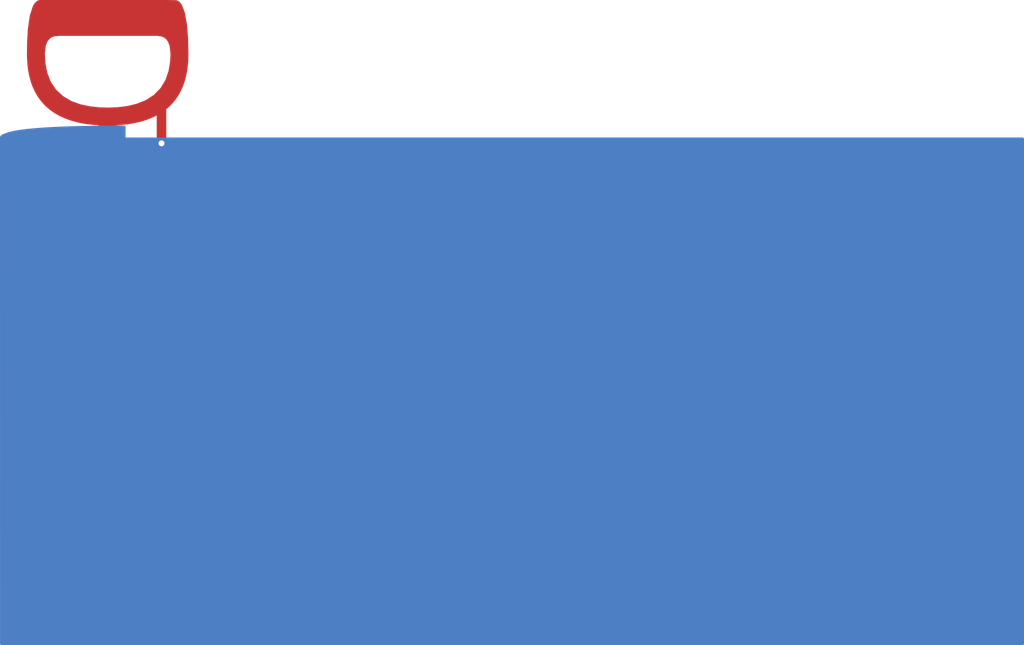
<source format=kicad_pcb>
(kicad_pcb (version 20171130) (host pcbnew "(5.0.0-rc2-dev-394-g7f6e26e55-dirty)")

  (general
    (thickness 1.6)
    (drawings 208)
    (tracks 1)
    (zones 0)
    (modules 0)
    (nets 1)
  )

  (page A4)
  (layers
    (0 F.Cu signal)
    (31 B.Cu signal)
    (32 B.Adhes user)
    (33 F.Adhes user)
    (34 B.Paste user)
    (35 F.Paste user)
    (36 B.SilkS user)
    (37 F.SilkS user)
    (38 B.Mask user)
    (39 F.Mask user)
    (40 Dwgs.User user)
    (41 Cmts.User user)
    (42 Eco1.User user hide)
    (43 Eco2.User user)
    (44 Edge.Cuts user)
    (45 Margin user)
    (46 B.CrtYd user)
    (47 F.CrtYd user)
    (48 B.Fab user)
    (49 F.Fab user)
  )

  (setup
    (last_trace_width 0.25)
    (trace_clearance 0.2)
    (zone_clearance 0.508)
    (zone_45_only no)
    (trace_min 0.2)
    (segment_width 0.2)
    (edge_width 0.15)
    (via_size 0.8)
    (via_drill 0.4)
    (via_min_size 0.4)
    (via_min_drill 0.3)
    (uvia_size 0.3)
    (uvia_drill 0.1)
    (uvias_allowed no)
    (uvia_min_size 0.2)
    (uvia_min_drill 0.1)
    (pcb_text_width 0.3)
    (pcb_text_size 1.5 1.5)
    (mod_edge_width 0.15)
    (mod_text_size 1 1)
    (mod_text_width 0.15)
    (pad_size 1.524 1.524)
    (pad_drill 0.762)
    (pad_to_mask_clearance 0.2)
    (aux_axis_origin 0 0)
    (visible_elements FFFFFF7F)
    (pcbplotparams
      (layerselection 0x010fc_ffffffff)
      (usegerberextensions false)
      (usegerberattributes false)
      (usegerberadvancedattributes false)
      (creategerberjobfile false)
      (excludeedgelayer true)
      (linewidth 0.150000)
      (plotframeref false)
      (viasonmask false)
      (mode 1)
      (useauxorigin false)
      (hpglpennumber 1)
      (hpglpenspeed 20)
      (hpglpendiameter 15)
      (psnegative false)
      (psa4output false)
      (plotreference true)
      (plotvalue true)
      (plotinvisibletext false)
      (padsonsilk false)
      (subtractmaskfromsilk false)
      (outputformat 1)
      (mirror false)
      (drillshape 1)
      (scaleselection 1)
      (outputdirectory ""))
  )

  (net 0 "")

  (net_class Default "This is the default net class."
    (clearance 0.2)
    (trace_width 0.25)
    (via_dia 0.8)
    (via_drill 0.4)
    (uvia_dia 0.3)
    (uvia_drill 0.1)
  )

  (gr_line (start 148.5011 62.5236) (end 159.0011 61.5236) (layer Eco2.User) (width 0.0001))
  (gr_line (start 158.378868 61.524505) (end 157.838073 61.52685) (layer Eco2.User) (width 0.0001))
  (gr_line (start 148.529647 62.422035) (end 148.507608 62.474428) (layer Eco2.User) (width 0.0001))
  (gr_line (start 148.58058 62.357163) (end 148.529647 62.422035) (layer Eco2.User) (width 0.0001))
  (gr_line (start 159.0011 61.5236) (end 159.0011 62.5236) (layer Eco2.User) (width 0.0001))
  (gr_line (start 148.5011 105.0036) (end 234.1011 105.0036) (layer Eco2.User) (width 0.0001))
  (gr_line (start 155.134392 61.565698) (end 154.593792 61.580365) (layer Eco2.User) (width 0.0001))
  (gr_line (start 155.675058 61.553675) (end 155.134392 61.565698) (layer Eco2.User) (width 0.0001))
  (gr_line (start 234.1011 62.5236) (end 234.1011 105.0036) (layer Eco2.User) (width 0.0001))
  (gr_line (start 156.215771 61.544002) (end 155.675058 61.553675) (layer Eco2.User) (width 0.0001))
  (gr_line (start 154.053281 61.598035) (end 153.512895 61.619156) (layer Eco2.User) (width 0.0001))
  (gr_line (start 148.5011 61.5236) (end 159.0011 61.5236) (layer Eco2.User) (width 0.0001))
  (gr_line (start 149.744645 61.953752) (end 149.216572 62.069667) (layer Eco2.User) (width 0.0001))
  (gr_line (start 150.27887 61.869962) (end 149.744645 61.953752) (layer Eco2.User) (width 0.0001))
  (gr_line (start 152.972681 61.644298) (end 152.432711 61.674211) (layer Eco2.User) (width 0.0001))
  (gr_line (start 153.512895 61.619156) (end 152.972681 61.644298) (layer Eco2.User) (width 0.0001))
  (gr_line (start 157.297288 61.530778) (end 156.756518 61.536438) (layer Eco2.User) (width 0.0001))
  (gr_line (start 154.593792 61.580365) (end 154.053281 61.598035) (layer Eco2.User) (width 0.0001))
  (gr_circle (center 162.0011 63.0236) (end 162.5011 63.0236) (layer Eco2.User) (width 0.0001))
  (gr_line (start 156.756518 61.536438) (end 156.215771 61.544002) (layer Eco2.User) (width 0.0001))
  (gr_line (start 157.838073 61.52685) (end 157.297288 61.530778) (layer Eco2.User) (width 0.0001))
  (gr_line (start 234.1011 105.0036) (end 148.5011 105.0036) (layer Eco2.User) (width 0.0001))
  (gr_line (start 159.0011 61.5236) (end 158.919667 61.523615) (layer Eco2.User) (width 0.0001))
  (gr_line (start 148.5011 51.0236) (end 148.5011 105.0036) (layer Eco2.User) (width 0.0001))
  (gr_line (start 159.0011 62.5236) (end 234.1011 62.5236) (layer Eco2.User) (width 0.0001))
  (gr_line (start 158.919667 61.523615) (end 158.378868 61.524505) (layer Eco2.User) (width 0.0001))
  (gr_line (start 148.711966 62.260257) (end 148.58058 62.357163) (layer Eco2.User) (width 0.0001))
  (gr_line (start 149.216572 62.069667) (end 148.711966 62.260257) (layer Eco2.User) (width 0.0001))
  (gr_line (start 234.1011 105.0036) (end 234.1011 51.0236) (layer Eco2.User) (width 0.0001))
  (gr_line (start 148.5011 62.5236) (end 148.5011 61.5236) (layer Eco2.User) (width 0.0001))
  (gr_line (start 148.507608 62.474428) (end 148.5011 62.5236) (layer Eco2.User) (width 0.0001))
  (gr_line (start 151.893093 61.709903) (end 151.354002 61.752798) (layer Eco2.User) (width 0.0001))
  (gr_line (start 152.432711 61.674211) (end 151.893093 61.709903) (layer Eco2.User) (width 0.0001))
  (gr_line (start 234.1011 51.0236) (end 148.5011 51.0236) (layer Eco2.User) (width 0.0001))
  (gr_line (start 148.5011 105.0036) (end 148.5011 62.5236) (layer Eco2.User) (width 0.0001))
  (gr_line (start 150.815738 61.805017) (end 150.27887 61.869962) (layer Eco2.User) (width 0.0001))
  (gr_line (start 151.354002 61.752798) (end 150.815738 61.805017) (layer Eco2.User) (width 0.0001))
  (gr_line (start 158.2511 61.503975) (end 158.2511 105.0036) (layer Eco1.User) (width 0.0001))
  (gr_line (start 158.2511 105.0036) (end 156.7511 105.0036) (layer Eco1.User) (width 0.0001))
  (gr_line (start 156.7511 105.0036) (end 156.7511 61.503975) (layer Eco1.User) (width 0.0001))
  (gr_line (start 156.7511 61.503975) (end 150.7511 55.5236) (layer Eco1.User) (width 0.0001))
  (gr_line (start 152.739943 57.850889) (end 152.450415 57.106369) (layer Eco1.User) (width 0.0001))
  (gr_line (start 153.18213 58.515622) (end 152.739943 57.850889) (layer Eco1.User) (width 0.0001))
  (gr_line (start 153.766257 59.059841) (end 153.18213 58.515622) (layer Eco1.User) (width 0.0001))
  (gr_line (start 154.454412 59.46548) (end 153.766257 59.059841) (layer Eco1.User) (width 0.0001))
  (gr_line (start 155.204245 59.742356) (end 154.454412 59.46548) (layer Eco1.User) (width 0.0001))
  (gr_line (start 162.0011 51.0236) (end 164.2511 51.0236) (layer Eco1.User) (width 0.0001))
  (gr_line (start 153.0011 51.0236) (end 162.0011 51.0236) (layer Eco1.User) (width 0.0001))
  (gr_line (start 150.7511 51.0236) (end 153.0011 51.0236) (layer Eco1.User) (width 0.0001))
  (gr_line (start 150.7511 55.5236) (end 150.7511 51.0236) (layer Eco1.User) (width 0.0001))
  (gr_line (start 150.76898 54.460508) (end 150.7511 55.5236) (layer Eco1.User) (width 0.0001))
  (gr_line (start 150.835186 53.399417) (end 150.76898 54.460508) (layer Eco1.User) (width 0.0001))
  (gr_line (start 150.986664 52.34753) (end 150.835186 53.399417) (layer Eco1.User) (width 0.0001))
  (gr_line (start 151.256171 51.513534) (end 150.986664 52.34753) (layer Eco1.User) (width 0.0001))
  (gr_line (start 162.592116 56.9535) (end 162.331331 57.708681) (layer Eco1.User) (width 0.0001))
  (gr_line (start 163.531276 51.203776) (end 163.3921 51.09525) (layer Eco1.User) (width 0.0001))
  (gr_line (start 163.703569 51.435012) (end 163.531276 51.203776) (layer Eco1.User) (width 0.0001))
  (gr_line (start 163.950606 52.074171) (end 163.703569 51.435012) (layer Eco1.User) (width 0.0001))
  (gr_line (start 164.137719 53.119957) (end 163.950606 52.074171) (layer Eco1.User) (width 0.0001))
  (gr_line (start 164.221385 54.179761) (end 164.137719 53.119957) (layer Eco1.User) (width 0.0001))
  (gr_line (start 164.249968 55.242605) (end 164.221385 54.179761) (layer Eco1.User) (width 0.0001))
  (gr_line (start 164.2511 55.5236) (end 164.249968 55.242605) (layer Eco1.User) (width 0.0001))
  (gr_line (start 150.7511 55.5236) (end 164.2511 55.5236) (layer Eco1.User) (width 0.0001))
  (gr_line (start 160.463776 61.145763) (end 160.631331 61.093618) (layer Eco1.User) (width 0.0001))
  (gr_line (start 160.295008 61.193838) (end 160.463776 61.145763) (layer Eco1.User) (width 0.0001))
  (gr_line (start 160.125173 61.237995) (end 160.295008 61.193838) (layer Eco1.User) (width 0.0001))
  (gr_line (start 159.954402 61.278387) (end 160.125173 61.237995) (layer Eco1.User) (width 0.0001))
  (gr_line (start 159.782816 61.315162) (end 159.954402 61.278387) (layer Eco1.User) (width 0.0001))
  (gr_line (start 159.610523 61.348466) (end 159.782816 61.315162) (layer Eco1.User) (width 0.0001))
  (gr_line (start 159.437619 61.378439) (end 159.610523 61.348466) (layer Eco1.User) (width 0.0001))
  (gr_line (start 159.264191 61.405218) (end 159.437619 61.378439) (layer Eco1.User) (width 0.0001))
  (gr_line (start 159.090317 61.428935) (end 159.264191 61.405218) (layer Eco1.User) (width 0.0001))
  (gr_line (start 158.916068 61.449715) (end 159.090317 61.428935) (layer Eco1.User) (width 0.0001))
  (gr_line (start 158.741506 61.467678) (end 158.916068 61.449715) (layer Eco1.User) (width 0.0001))
  (gr_line (start 158.566687 61.48294) (end 158.741506 61.467678) (layer Eco1.User) (width 0.0001))
  (gr_line (start 158.391661 61.495611) (end 158.566687 61.48294) (layer Eco1.User) (width 0.0001))
  (gr_line (start 158.2511 61.503975) (end 158.391661 61.495611) (layer Eco1.User) (width 0.0001))
  (gr_line (start 161.6011 60.68691) (end 158.2511 61.503975) (layer Eco1.User) (width 0.0001))
  (gr_line (start 234.1011 51.0236) (end 148.5011 51.0236) (layer Eco1.User) (width 0.0001))
  (gr_line (start 151.439439 51.23704) (end 151.256171 51.513534) (layer Eco1.User) (width 0.0001))
  (gr_line (start 151.583126 51.111816) (end 151.439439 51.23704) (layer Eco1.User) (width 0.0001))
  (gr_line (start 151.712836 51.049186) (end 151.583126 51.111816) (layer Eco1.User) (width 0.0001))
  (gr_line (start 151.84661 51.024383) (end 151.712836 51.049186) (layer Eco1.User) (width 0.0001))
  (gr_line (start 152.909896 51.0236) (end 151.84661 51.024383) (layer Eco1.User) (width 0.0001))
  (gr_line (start 153.973196 51.0236) (end 152.909896 51.0236) (layer Eco1.User) (width 0.0001))
  (gr_line (start 155.036496 51.0236) (end 153.973196 51.0236) (layer Eco1.User) (width 0.0001))
  (gr_line (start 156.099796 51.0236) (end 155.036496 51.0236) (layer Eco1.User) (width 0.0001))
  (gr_line (start 155.985441 59.913227) (end 155.204245 59.742356) (layer Eco1.User) (width 0.0001))
  (gr_line (start 156.780496 60.000813) (end 155.985441 59.913227) (layer Eco1.User) (width 0.0001))
  (gr_line (start 157.580153 60.023343) (end 156.780496 60.000813) (layer Eco1.User) (width 0.0001))
  (gr_line (start 158.379381 59.989169) (end 157.580153 60.023343) (layer Eco1.User) (width 0.0001))
  (gr_line (start 159.172628 59.88673) (end 158.379381 59.989169) (layer Eco1.User) (width 0.0001))
  (gr_line (start 160.5011 54.0236) (end 154.5011 54.0236) (layer Eco1.User) (width 0.0001))
  (gr_line (start 162.7511 54.0236) (end 160.5011 54.0236) (layer Eco1.User) (width 0.0001))
  (gr_line (start 162.7511 55.5236) (end 162.7511 54.0236) (layer Eco1.User) (width 0.0001))
  (gr_line (start 162.687597 54.895514) (end 162.7511 55.5236) (layer Eco1.User) (width 0.0001))
  (gr_line (start 162.555958 54.534334) (end 162.687597 54.895514) (layer Eco1.User) (width 0.0001))
  (gr_line (start 162.403728 54.319737) (end 162.555958 54.534334) (layer Eco1.User) (width 0.0001))
  (gr_line (start 162.2273 54.174954) (end 162.403728 54.319737) (layer Eco1.User) (width 0.0001))
  (gr_line (start 162.4011 63.5236) (end 161.6011 63.5236) (layer Eco1.User) (width 0.0001))
  (gr_line (start 161.6011 63.5236) (end 161.6011 60.68691) (layer Eco1.User) (width 0.0001))
  (gr_line (start 160.26362 61.39546) (end 158.2511 61.503975) (layer Eco1.User) (width 0.0001))
  (gr_line (start 161.6011 60.68691) (end 160.26362 61.39546) (layer Eco1.User) (width 0.0001))
  (gr_line (start 161.444742 60.766564) (end 161.6011 60.68691) (layer Eco1.User) (width 0.0001))
  (gr_line (start 161.285973 60.841298) (end 161.444742 60.766564) (layer Eco1.User) (width 0.0001))
  (gr_line (start 161.125032 60.911234) (end 161.285973 60.841298) (layer Eco1.User) (width 0.0001))
  (gr_line (start 160.962142 60.976503) (end 161.125032 60.911234) (layer Eco1.User) (width 0.0001))
  (gr_line (start 160.797511 61.037248) (end 160.962142 60.976503) (layer Eco1.User) (width 0.0001))
  (gr_line (start 160.631331 61.093618) (end 160.797511 61.037248) (layer Eco1.User) (width 0.0001))
  (gr_line (start 153.453267 54.0236) (end 154.085922 54.0236) (layer Eco1.User) (width 0.0001))
  (gr_line (start 153.030992 54.06563) (end 153.453267 54.0236) (layer Eco1.User) (width 0.0001))
  (gr_line (start 152.798788 54.160647) (end 153.030992 54.06563) (layer Eco1.User) (width 0.0001))
  (gr_line (start 152.618259 54.299299) (end 152.798788 54.160647) (layer Eco1.User) (width 0.0001))
  (gr_line (start 152.46372 54.502884) (end 152.618259 54.299299) (layer Eco1.User) (width 0.0001))
  (gr_line (start 152.328818 54.838717) (end 152.46372 54.502884) (layer Eco1.User) (width 0.0001))
  (gr_line (start 152.251537 55.465051) (end 152.328818 54.838717) (layer Eco1.User) (width 0.0001))
  (gr_line (start 162.7511 60.0236) (end 162.7511 55.5236) (layer Eco1.User) (width 0.0001))
  (gr_line (start 152.2511 60.0236) (end 162.7511 60.0236) (layer Eco1.User) (width 0.0001))
  (gr_line (start 152.2511 55.5236) (end 152.2511 60.0236) (layer Eco1.User) (width 0.0001))
  (gr_line (start 152.296543 56.321983) (end 152.2511 55.5236) (layer Eco1.User) (width 0.0001))
  (gr_line (start 152.450415 57.106369) (end 152.296543 56.321983) (layer Eco1.User) (width 0.0001))
  (gr_line (start 157.881849 54.0236) (end 158.514504 54.0236) (layer Eco1.User) (width 0.0001))
  (gr_line (start 157.249195 54.0236) (end 157.881849 54.0236) (layer Eco1.User) (width 0.0001))
  (gr_line (start 156.61654 54.0236) (end 157.249195 54.0236) (layer Eco1.User) (width 0.0001))
  (gr_line (start 155.983886 54.0236) (end 156.61654 54.0236) (layer Eco1.User) (width 0.0001))
  (gr_line (start 155.351231 54.0236) (end 155.983886 54.0236) (layer Eco1.User) (width 0.0001))
  (gr_line (start 154.718576 54.0236) (end 155.351231 54.0236) (layer Eco1.User) (width 0.0001))
  (gr_line (start 154.085922 54.0236) (end 154.718576 54.0236) (layer Eco1.User) (width 0.0001))
  (gr_line (start 157.163096 51.0236) (end 156.099796 51.0236) (layer Eco1.User) (width 0.0001))
  (gr_line (start 158.226396 51.0236) (end 157.163096 51.0236) (layer Eco1.User) (width 0.0001))
  (gr_line (start 159.289696 51.0236) (end 158.226396 51.0236) (layer Eco1.User) (width 0.0001))
  (gr_line (start 160.352996 51.0236) (end 159.289696 51.0236) (layer Eco1.User) (width 0.0001))
  (gr_line (start 161.416296 51.0236) (end 160.352996 51.0236) (layer Eco1.User) (width 0.0001))
  (gr_line (start 162.479596 51.0236) (end 161.416296 51.0236) (layer Eco1.User) (width 0.0001))
  (gr_line (start 163.262975 51.04135) (end 162.479596 51.0236) (layer Eco1.User) (width 0.0001))
  (gr_line (start 163.3921 51.09525) (end 163.262975 51.04135) (layer Eco1.User) (width 0.0001))
  (gr_line (start 164.2511 51.0236) (end 164.2511 55.5236) (layer Eco1.User) (width 0.0001))
  (gr_line (start 148.5011 105.0036) (end 234.1011 105.0036) (layer Eco1.User) (width 0.0001))
  (gr_line (start 150.7511 61.180454) (end 150.7511 55.5236) (layer Eco1.User) (width 0.0001))
  (gr_line (start 156.7511 61.503975) (end 150.7511 61.180454) (layer Eco1.User) (width 0.0001))
  (gr_line (start 156.267416 61.468314) (end 156.7511 61.503975) (layer Eco1.User) (width 0.0001))
  (gr_line (start 155.785706 61.41203) (end 156.267416 61.468314) (layer Eco1.User) (width 0.0001))
  (gr_line (start 155.307279 61.332592) (end 155.785706 61.41203) (layer Eco1.User) (width 0.0001))
  (gr_line (start 154.833914 61.227173) (end 155.307279 61.332592) (layer Eco1.User) (width 0.0001))
  (gr_line (start 154.367995 61.092683) (end 154.833914 61.227173) (layer Eco1.User) (width 0.0001))
  (gr_line (start 153.912657 60.925912) (end 154.367995 61.092683) (layer Eco1.User) (width 0.0001))
  (gr_line (start 153.471916 60.723763) (end 153.912657 60.925912) (layer Eco1.User) (width 0.0001))
  (gr_line (start 153.050688 60.483654) (end 153.471916 60.723763) (layer Eco1.User) (width 0.0001))
  (gr_line (start 152.654611 60.204049) (end 153.050688 60.483654) (layer Eco1.User) (width 0.0001))
  (gr_line (start 152.289578 59.885014) (end 152.654611 60.204049) (layer Eco1.User) (width 0.0001))
  (gr_line (start 151.96098 59.528581) (end 152.289578 59.885014) (layer Eco1.User) (width 0.0001))
  (gr_line (start 163.755734 58.334091) (end 163.850532 58.0908) (layer Eco1.User) (width 0.0001))
  (gr_line (start 163.648992 58.57238) (end 163.755734 58.334091) (layer Eco1.User) (width 0.0001))
  (gr_line (start 163.530003 58.804793) (end 163.648992 58.57238) (layer Eco1.User) (width 0.0001))
  (gr_line (start 163.398594 59.030414) (end 163.530003 58.804793) (layer Eco1.User) (width 0.0001))
  (gr_line (start 163.254753 59.248317) (end 163.398594 59.030414) (layer Eco1.User) (width 0.0001))
  (gr_line (start 163.098639 59.457601) (end 163.254753 59.248317) (layer Eco1.User) (width 0.0001))
  (gr_line (start 162.930596 59.657432) (end 163.098639 59.457601) (layer Eco1.User) (width 0.0001))
  (gr_line (start 162.75114 59.847081) (end 162.930596 59.657432) (layer Eco1.User) (width 0.0001))
  (gr_line (start 162.560945 60.025958) (end 162.75114 59.847081) (layer Eco1.User) (width 0.0001))
  (gr_line (start 162.4011 60.161406) (end 162.560945 60.025958) (layer Eco1.User) (width 0.0001))
  (gr_line (start 164.2511 55.5236) (end 162.4011 60.161406) (layer Eco1.User) (width 0.0001))
  (gr_circle (center 162.0011 63.0236) (end 162.5011 63.0236) (layer Eco1.User) (width 0.0001))
  (gr_line (start 162.7511 55.5236) (end 164.2511 55.5236) (layer Eco1.User) (width 0.0001))
  (gr_line (start 164.2511 58.664725) (end 162.4011 60.161406) (layer Eco1.User) (width 0.0001))
  (gr_line (start 164.2511 55.5236) (end 164.2511 58.664725) (layer Eco1.User) (width 0.0001))
  (gr_line (start 164.247833 55.784705) (end 164.2511 55.5236) (layer Eco1.User) (width 0.0001))
  (gr_line (start 164.237738 56.045635) (end 164.247833 55.784705) (layer Eco1.User) (width 0.0001))
  (gr_line (start 164.220352 56.306179) (end 164.237738 56.045635) (layer Eco1.User) (width 0.0001))
  (gr_line (start 164.195184 56.566086) (end 164.220352 56.306179) (layer Eco1.User) (width 0.0001))
  (gr_line (start 164.161714 56.825053) (end 164.195184 56.566086) (layer Eco1.User) (width 0.0001))
  (gr_line (start 164.1194 57.082721) (end 164.161714 56.825053) (layer Eco1.User) (width 0.0001))
  (gr_line (start 164.067683 57.338666) (end 164.1194 57.082721) (layer Eco1.User) (width 0.0001))
  (gr_line (start 164.006 57.59239) (end 164.067683 57.338666) (layer Eco1.User) (width 0.0001))
  (gr_line (start 163.933793 57.843321) (end 164.006 57.59239) (layer Eco1.User) (width 0.0001))
  (gr_line (start 163.850532 58.0908) (end 163.933793 57.843321) (layer Eco1.User) (width 0.0001))
  (gr_line (start 162.4011 60.161406) (end 162.4011 63.5236) (layer Eco1.User) (width 0.0001))
  (gr_line (start 152.2511 55.5236) (end 152.251537 55.465051) (layer Eco1.User) (width 0.0001))
  (gr_line (start 162.7511 55.5236) (end 152.2511 55.5236) (layer Eco1.User) (width 0.0001))
  (gr_line (start 151.672859 59.138692) (end 151.96098 59.528581) (layer Eco1.User) (width 0.0001))
  (gr_line (start 151.42731 58.720658) (end 151.672859 59.138692) (layer Eco1.User) (width 0.0001))
  (gr_line (start 151.224344 58.280339) (end 151.42731 58.720658) (layer Eco1.User) (width 0.0001))
  (gr_line (start 151.062231 57.823365) (end 151.224344 58.280339) (layer Eco1.User) (width 0.0001))
  (gr_line (start 150.93808 57.354619) (end 151.062231 57.823365) (layer Eco1.User) (width 0.0001))
  (gr_line (start 150.848429 56.878044) (end 150.93808 57.354619) (layer Eco1.User) (width 0.0001))
  (gr_line (start 150.789692 56.396659) (end 150.848429 56.878044) (layer Eco1.User) (width 0.0001))
  (gr_line (start 150.758436 55.912695) (end 150.789692 56.396659) (layer Eco1.User) (width 0.0001))
  (gr_line (start 150.7511 55.5236) (end 150.758436 55.912695) (layer Eco1.User) (width 0.0001))
  (gr_line (start 159.949359 59.696822) (end 159.172628 59.88673) (layer Eco1.User) (width 0.0001))
  (gr_line (start 160.689871 59.396142) (end 159.949359 59.696822) (layer Eco1.User) (width 0.0001))
  (gr_line (start 161.36104 58.963172) (end 160.689871 59.396142) (layer Eco1.User) (width 0.0001))
  (gr_line (start 161.919521 58.392727) (end 161.36104 58.963172) (layer Eco1.User) (width 0.0001))
  (gr_line (start 162.331331 57.708681) (end 161.919521 58.392727) (layer Eco1.User) (width 0.0001))
  (gr_line (start 234.1011 105.0036) (end 234.1011 51.0236) (layer Eco1.User) (width 0.0001))
  (gr_line (start 162.7511 55.5236) (end 164.2511 55.5236) (layer Eco1.User) (width 0.0001))
  (gr_line (start 152.2511 54.0236) (end 152.2511 55.5236) (layer Eco1.User) (width 0.0001))
  (gr_line (start 154.5011 54.0236) (end 152.2511 54.0236) (layer Eco1.User) (width 0.0001))
  (gr_line (start 162.72237 56.164765) (end 162.592116 56.9535) (layer Eco1.User) (width 0.0001))
  (gr_line (start 148.5011 51.0236) (end 148.5011 105.0036) (layer Eco1.User) (width 0.0001))
  (gr_line (start 152.2511 55.5236) (end 162.7511 55.5236) (layer Eco1.User) (width 0.0001))
  (gr_line (start 162.7511 55.5236) (end 162.72237 56.164765) (layer Eco1.User) (width 0.0001))
  (gr_line (start 162.003554 54.074849) (end 162.2273 54.174954) (layer Eco1.User) (width 0.0001))
  (gr_line (start 161.677768 54.02441) (end 162.003554 54.074849) (layer Eco1.User) (width 0.0001))
  (gr_line (start 161.045122 54.0236) (end 161.677768 54.02441) (layer Eco1.User) (width 0.0001))
  (gr_line (start 160.412467 54.0236) (end 161.045122 54.0236) (layer Eco1.User) (width 0.0001))
  (gr_line (start 159.779813 54.0236) (end 160.412467 54.0236) (layer Eco1.User) (width 0.0001))
  (gr_line (start 159.147158 54.0236) (end 159.779813 54.0236) (layer Eco1.User) (width 0.0001))
  (gr_line (start 158.514504 54.0236) (end 159.147158 54.0236) (layer Eco1.User) (width 0.0001))

  (via (at 162.002 63.012) (size 1) (drill 0.5) (layers F.Cu B.Cu) (net 0))

  (zone (net 0) (net_name "") (layer F.Cu) (tstamp 5AD32DC8) (hatch edge 0.508)
    (connect_pads yes (clearance 0.508))
    (min_thickness 0.254)
    (fill yes (arc_segments 16) (thermal_gap 0.508) (thermal_bridge_width 0.508))
    (polygon
      (pts
        (xy 156.751 61.504) (xy 156.267 61.468) (xy 155.786 61.412) (xy 155.306 61.333) (xy 154.835 61.228)
        (xy 154.37 61.093) (xy 153.913 60.926) (xy 153.472 60.724) (xy 153.05 60.483) (xy 152.654 60.203)
        (xy 152.289 59.885) (xy 152.11 59.69) (xy 151.96 59.528) (xy 151.673 59.138) (xy 151.427 58.72)
        (xy 151.223 58.278) (xy 151.062 57.822) (xy 150.938 57.352) (xy 150.848 56.874) (xy 150.79 56.395)
        (xy 150.759 55.915) (xy 150.751 55.524) (xy 150.77 54.444) (xy 150.836 53.403) (xy 150.987 52.347)
        (xy 151.257 51.512) (xy 151.438 51.238) (xy 151.583 51.112) (xy 151.713 51.049) (xy 151.846 51.024)
        (xy 152.361 51.024) (xy 162.489 51.024) (xy 163.263 51.041) (xy 163.392 51.095) (xy 163.532 51.204)
        (xy 163.703 51.435) (xy 163.95 52.074) (xy 164.137 53.119) (xy 164.221 54.177) (xy 164.251 55.524)
        (xy 164.238 56.038) (xy 164.224 56.245) (xy 164.22 56.307) (xy 164.206 56.458) (xy 164.195 56.571)
        (xy 164.168 56.776) (xy 164.149 56.905) (xy 164.127 57.038) (xy 164.104 57.159) (xy 164.066 57.347)
        (xy 164.012 57.566) (xy 163.978 57.692) (xy 163.934 57.843) (xy 163.877 58.012) (xy 163.85 58.094)
        (xy 163.777 58.281) (xy 163.756 58.335) (xy 163.695 58.469) (xy 163.642 58.586) (xy 163.538 58.79)
        (xy 163.421 58.991) (xy 163.31 59.166) (xy 163.202 59.319) (xy 163.099 59.457) (xy 163.061 59.503)
        (xy 162.933 59.656) (xy 162.886 59.705) (xy 162.818 59.776) (xy 162.754 59.845) (xy 162.66 59.933)
        (xy 162.534 60.049) (xy 162.401 60.16) (xy 162.402 63.524) (xy 161.603 63.524) (xy 161.601 60.688)
        (xy 161.206 60.876) (xy 160.79 61.04) (xy 160.596 61.105) (xy 160.351 61.178) (xy 160.1 61.244)
        (xy 159.856 61.299) (xy 159.608 61.349) (xy 159.357 61.391) (xy 159.123 61.424) (xy 158.859 61.455)
        (xy 158.616 61.479) (xy 158.251 61.504) (xy 158.248 105.002) (xy 156.751 105.002) (xy 156.749 61.716)
      )
    )
    (polygon
      (pts
        (xy 156.782 60.001) (xy 155.986 59.913) (xy 155.207 59.743) (xy 154.46 59.47) (xy 153.769 59.061)
        (xy 153.18 58.515) (xy 152.742 57.854) (xy 152.453 57.111) (xy 152.298 56.322) (xy 152.252 55.494)
        (xy 152.329 54.838) (xy 152.462 54.505) (xy 152.619 54.299) (xy 152.798 54.161) (xy 153.03 54.066)
        (xy 153.449 54.024) (xy 153.811 54.024) (xy 161.182 54.024) (xy 161.678 54.025) (xy 162.003 54.075)
        (xy 162.227 54.175) (xy 162.404 54.32) (xy 162.556 54.534) (xy 162.688 54.896) (xy 162.751 55.522)
        (xy 162.723 56.164) (xy 162.592 56.953) (xy 162.332 57.709) (xy 161.92 58.393) (xy 161.362 58.962)
        (xy 160.69 59.396) (xy 159.951 59.696) (xy 159.172 59.887) (xy 158.378 59.989) (xy 157.577 60.023)
      )
    )
    (filled_polygon
      (pts
        (xy 163.236154 51.167441) (xy 163.327342 51.205612) (xy 163.440266 51.293532) (xy 163.590724 51.496781) (xy 163.827138 52.108395)
        (xy 164.01089 53.135244) (xy 164.094112 54.183444) (xy 164.123964 55.523827) (xy 164.111109 56.032086) (xy 164.097289 56.23643)
        (xy 164.097263 56.236823) (xy 164.093377 56.297052) (xy 164.079571 56.44596) (xy 164.068805 56.556554) (xy 164.042206 56.758512)
        (xy 164.02352 56.885379) (xy 164.001953 57.01576) (xy 163.979377 57.134531) (xy 163.942048 57.319211) (xy 163.889019 57.534276)
        (xy 163.855722 57.657667) (xy 163.812816 57.804915) (xy 163.75666 57.971412) (xy 163.756371 57.972281) (xy 163.730445 58.051018)
        (xy 163.658695 58.234817) (xy 163.658635 58.234969) (xy 163.638928 58.285644) (xy 163.579413 58.416382) (xy 163.579316 58.416596)
        (xy 163.527526 58.530925) (xy 163.42646 58.729169) (xy 163.312458 58.925019) (xy 163.204439 59.09532) (xy 163.099219 59.244381)
        (xy 162.99909 59.378535) (xy 162.963309 59.421848) (xy 162.83837 59.57119) (xy 162.794346 59.617087) (xy 162.794281 59.617156)
        (xy 162.726281 59.688156) (xy 162.724887 59.689634) (xy 162.663932 59.755351) (xy 162.57357 59.839946) (xy 162.450258 59.953471)
        (xy 162.319624 60.062496) (xy 162.288506 60.101059) (xy 162.274 60.160038) (xy 162.274962 63.397) (xy 161.729911 63.397)
        (xy 161.728 60.68791) (xy 161.718298 60.639316) (xy 161.690739 60.598134) (xy 161.649518 60.570633) (xy 161.60091 60.561)
        (xy 161.546421 60.573326) (xy 161.155358 60.759452) (xy 160.746519 60.920629) (xy 160.557668 60.983904) (xy 160.316724 61.055695)
        (xy 160.06988 61.120602) (xy 159.829471 61.174793) (xy 159.584978 61.224086) (xy 159.337644 61.265473) (xy 159.106691 61.298043)
        (xy 158.845367 61.328729) (xy 158.605416 61.352428) (xy 158.242322 61.377297) (xy 158.194495 61.390263) (xy 158.155271 61.420544)
        (xy 158.130621 61.463531) (xy 158.124 61.503991) (xy 158.121009 104.875) (xy 156.877994 104.875) (xy 156.876 61.716559)
        (xy 156.877994 61.505198) (xy 156.868786 61.456508) (xy 156.841646 61.415049) (xy 156.800705 61.387131) (xy 156.76042 61.37735)
        (xy 156.279065 61.341547) (xy 155.803662 61.286198) (xy 155.330147 61.208266) (xy 154.866555 61.104917) (xy 154.409544 60.972236)
        (xy 153.961318 60.808443) (xy 153.530046 60.610898) (xy 153.118313 60.375762) (xy 152.732577 60.103019) (xy 152.377765 59.793896)
        (xy 152.203559 59.604118) (xy 152.203188 59.603715) (xy 152.058046 59.446962) (xy 151.779146 59.067969) (xy 151.539662 58.66104)
        (xy 151.340788 58.230147) (xy 151.183477 57.784596) (xy 151.061963 57.324016) (xy 150.973578 56.854595) (xy 150.916507 56.383268)
        (xy 150.885916 55.909596) (xy 150.878022 55.52382) (xy 150.878422 55.501045) (xy 152.125196 55.501045) (xy 152.171196 56.329045)
        (xy 152.173382 56.346481) (xy 152.328382 57.135481) (xy 152.334638 57.157038) (xy 152.623638 57.900038) (xy 152.636133 57.924151)
        (xy 153.074133 58.585151) (xy 153.093662 58.608138) (xy 153.682662 59.154138) (xy 153.704311 59.17029) (xy 154.395311 59.57929)
        (xy 154.416406 59.589284) (xy 155.163406 59.862284) (xy 155.179922 59.86708) (xy 155.958922 60.03708) (xy 155.972045 60.039231)
        (xy 156.768045 60.127231) (xy 156.778487 60.127951) (xy 157.573487 60.149951) (xy 157.582386 60.149886) (xy 158.383386 60.115886)
        (xy 158.394182 60.114965) (xy 159.188182 60.012965) (xy 159.202243 60.010347) (xy 159.981243 59.819347) (xy 159.99877 59.813673)
        (xy 160.73777 59.513673) (xy 160.758901 59.502685) (xy 161.430901 59.068685) (xy 161.452675 59.050922) (xy 162.010675 58.481922)
        (xy 162.028789 58.458528) (xy 162.440789 57.774528) (xy 162.452096 57.750303) (xy 162.712096 56.994303) (xy 162.717285 56.973801)
        (xy 162.848285 56.184801) (xy 162.849879 56.169534) (xy 162.877879 55.527534) (xy 162.877362 55.509283) (xy 162.814362 54.883283)
        (xy 162.807315 54.852493) (xy 162.675315 54.490493) (xy 162.65954 54.460458) (xy 162.50754 54.246458) (xy 162.484482 54.221757)
        (xy 162.307482 54.076757) (xy 162.278772 54.059031) (xy 162.054772 53.959031) (xy 162.022311 53.949477) (xy 161.697311 53.899477)
        (xy 161.678256 53.898) (xy 161.182256 53.897) (xy 153.449 53.897) (xy 153.436333 53.897633) (xy 153.017333 53.939633)
        (xy 152.981874 53.948472) (xy 152.749874 54.043472) (xy 152.720458 54.06042) (xy 152.541458 54.19842) (xy 152.517991 54.222018)
        (xy 152.360991 54.428018) (xy 152.344059 54.457894) (xy 152.211059 54.790894) (xy 152.202866 54.823195) (xy 152.125866 55.479195)
        (xy 152.125196 55.501045) (xy 150.878422 55.501045) (xy 150.896929 54.449156) (xy 150.96243 53.416018) (xy 151.111182 52.375738)
        (xy 151.372512 51.56755) (xy 151.534402 51.322479) (xy 151.653566 51.21893) (xy 151.753127 51.170681) (xy 151.857831 51.151)
        (xy 162.487622 51.151)
      )
    )
  )
  (zone (net 0) (net_name "") (layer B.Cu) (tstamp 0) (hatch edge 0.508)
    (connect_pads (clearance 0.508))
    (min_thickness 0.254)
    (fill yes (arc_segments 16) (thermal_gap 0.508) (thermal_bridge_width 0.508))
    (polygon
      (pts
        (xy 159.001 61.523) (xy 158.477 61.524) (xy 157.782 61.527) (xy 157.163 61.532) (xy 156.397 61.541)
        (xy 155.764 61.552) (xy 155.096 61.567) (xy 154.458 61.585) (xy 153.9 61.604) (xy 153.341 61.627)
        (xy 152.899 61.648) (xy 152.357 61.679) (xy 151.979 61.704) (xy 151.637 61.73) (xy 151.319 61.756)
        (xy 151.002 61.787) (xy 150.745 61.813) (xy 150.475 61.846) (xy 150.16 61.888) (xy 149.903 61.929)
        (xy 149.743 61.954) (xy 149.217 62.07) (xy 148.995 62.153) (xy 148.711 62.261) (xy 148.581 62.357)
        (xy 148.529 62.423) (xy 148.508 62.474) (xy 148.501 62.524) (xy 148.504 105.004) (xy 234.1 105.002)
        (xy 234.099 62.525) (xy 158.999 62.527)
      )
    )
    (filled_polygon
      (pts
        (xy 158.872 62.526747) (xy 158.881571 62.575367) (xy 158.909019 62.616623) (xy 158.950166 62.644236) (xy 158.999003 62.654)
        (xy 233.972003 62.652003) (xy 233.972997 104.875003) (xy 148.630991 104.876997) (xy 148.628001 62.532839) (xy 148.631547 62.50751)
        (xy 148.639701 62.487707) (xy 148.670185 62.449015) (xy 148.772427 62.373513) (xy 149.039732 62.271862) (xy 149.253093 62.192092)
        (xy 149.766492 62.078871) (xy 149.922606 62.054478) (xy 149.923008 62.054414) (xy 150.178395 62.013671) (xy 150.491092 61.971978)
        (xy 150.759105 61.939221) (xy 151.014566 61.913377) (xy 151.330332 61.882498) (xy 151.646981 61.856608) (xy 151.988061 61.830678)
        (xy 152.364774 61.805763) (xy 152.905653 61.774827) (xy 153.346581 61.753878) (xy 153.904884 61.730907) (xy 154.461958 61.711938)
        (xy 155.099133 61.693962) (xy 155.766495 61.678976) (xy 156.398923 61.667986) (xy 157.164155 61.658995) (xy 157.782777 61.653998)
        (xy 158.477375 61.651) (xy 158.873746 61.650243)
      )
    )
  )
)

</source>
